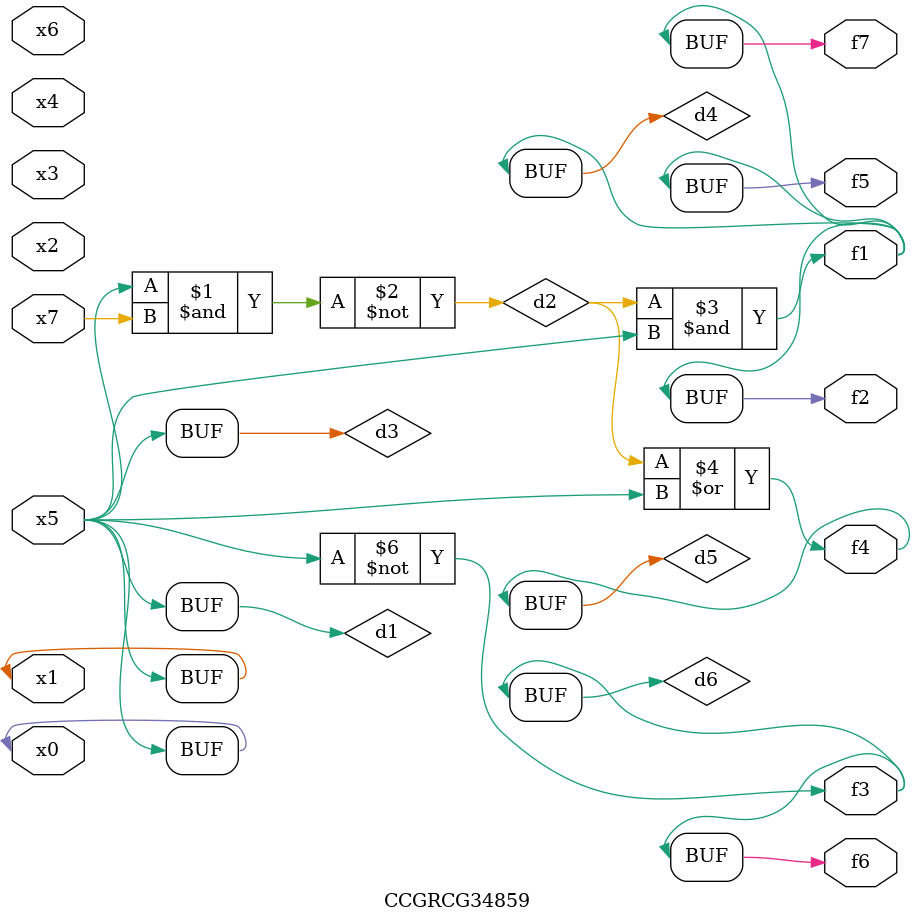
<source format=v>
module CCGRCG34859(
	input x0, x1, x2, x3, x4, x5, x6, x7,
	output f1, f2, f3, f4, f5, f6, f7
);

	wire d1, d2, d3, d4, d5, d6;

	buf (d1, x0, x5);
	nand (d2, x5, x7);
	buf (d3, x0, x1);
	and (d4, d2, d3);
	or (d5, d2, d3);
	nor (d6, d1, d3);
	assign f1 = d4;
	assign f2 = d4;
	assign f3 = d6;
	assign f4 = d5;
	assign f5 = d4;
	assign f6 = d6;
	assign f7 = d4;
endmodule

</source>
